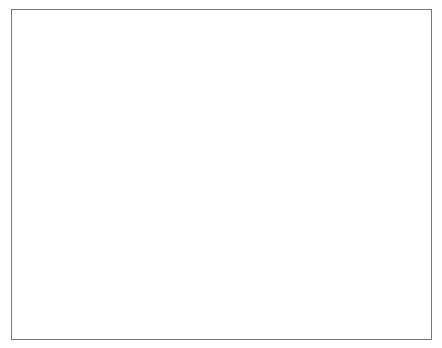
<source format=gm1>
%TF.GenerationSoftware,KiCad,Pcbnew,(6.0.1)*%
%TF.CreationDate,2022-09-24T07:34:31-04:00*%
%TF.ProjectId,SCF-2,5343462d-322e-46b6-9963-61645f706362,1*%
%TF.SameCoordinates,Original*%
%TF.FileFunction,Profile,NP*%
%FSLAX46Y46*%
G04 Gerber Fmt 4.6, Leading zero omitted, Abs format (unit mm)*
G04 Created by KiCad (PCBNEW (6.0.1)) date 2022-09-24 07:34:31*
%MOMM*%
%LPD*%
G01*
G04 APERTURE LIST*
%TA.AperFunction,Profile*%
%ADD10C,0.100000*%
%TD*%
G04 APERTURE END LIST*
D10*
X107950000Y-25400000D02*
X143510000Y-25400000D01*
X143510000Y-25400000D02*
X143510000Y-53340000D01*
X143510000Y-53340000D02*
X107950000Y-53340000D01*
X107950000Y-53340000D02*
X107950000Y-25400000D01*
M02*

</source>
